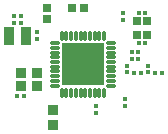
<source format=gts>
G04*
G04 #@! TF.GenerationSoftware,Altium Limited,Altium Designer,19.0.15 (446)*
G04*
G04 Layer_Color=8388736*
%FSLAX24Y24*%
%MOIN*%
G70*
G01*
G75*
%ADD28R,0.0355X0.0375*%
%ADD29R,0.0166X0.0178*%
%ADD30R,0.0146X0.0157*%
%ADD31R,0.0178X0.0166*%
%ADD32R,0.0277X0.0316*%
%ADD33R,0.0296X0.0257*%
%ADD34R,0.0355X0.0611*%
%ADD35R,0.0257X0.0296*%
%ADD36R,0.0375X0.0355*%
%ADD37R,0.1438X0.1438*%
%ADD38O,0.0139X0.0395*%
%ADD39O,0.0395X0.0139*%
%ADD40C,0.0300*%
D28*
X-2077Y-709D02*
D03*
X-1545D02*
D03*
X-1545Y-276D02*
D03*
X-2077D02*
D03*
D29*
X-1974Y-1053D02*
D03*
X-2199D02*
D03*
X1852Y415D02*
D03*
X1628D02*
D03*
X1858Y715D02*
D03*
X2082D02*
D03*
X2082Y1715D02*
D03*
X1858D02*
D03*
X2408Y-276D02*
D03*
X2632D02*
D03*
X1699D02*
D03*
X1923D02*
D03*
D30*
X1852Y185D02*
D03*
X1628D02*
D03*
D31*
X1339Y1697D02*
D03*
Y1472D02*
D03*
X423Y-1608D02*
D03*
Y-1384D02*
D03*
X1417Y-1372D02*
D03*
Y-1148D02*
D03*
X-1516Y1067D02*
D03*
Y843D02*
D03*
X1457Y-270D02*
D03*
Y-45D02*
D03*
X-2283Y1608D02*
D03*
Y1384D02*
D03*
X-2047Y1608D02*
D03*
Y1384D02*
D03*
X2165Y-270D02*
D03*
Y-45D02*
D03*
D32*
X1803Y979D02*
D03*
X2137D02*
D03*
Y1431D02*
D03*
X1803Y1431D02*
D03*
D33*
X29Y1876D02*
D03*
X-364D02*
D03*
D34*
X-1880Y945D02*
D03*
X-2451D02*
D03*
D35*
X-1181Y1890D02*
D03*
Y1496D02*
D03*
D36*
X-984Y-1506D02*
D03*
Y-2037D02*
D03*
D37*
X0Y0D02*
D03*
D38*
X-709Y945D02*
D03*
X-551D02*
D03*
X-394D02*
D03*
X-236D02*
D03*
X-79D02*
D03*
X79D02*
D03*
X236D02*
D03*
X394D02*
D03*
X551D02*
D03*
X709D02*
D03*
Y-945D02*
D03*
X551D02*
D03*
X394D02*
D03*
X236D02*
D03*
X79D02*
D03*
X-79D02*
D03*
X-236D02*
D03*
X-394D02*
D03*
X-551D02*
D03*
X-709D02*
D03*
D39*
X945Y709D02*
D03*
Y551D02*
D03*
Y394D02*
D03*
Y236D02*
D03*
Y79D02*
D03*
Y-79D02*
D03*
Y-236D02*
D03*
Y-394D02*
D03*
Y-551D02*
D03*
Y-709D02*
D03*
X-945D02*
D03*
Y-551D02*
D03*
Y-394D02*
D03*
Y-236D02*
D03*
Y-79D02*
D03*
Y79D02*
D03*
Y236D02*
D03*
Y394D02*
D03*
Y551D02*
D03*
Y709D02*
D03*
D40*
X433Y-433D02*
D03*
X0D02*
D03*
X-433D02*
D03*
X433Y0D02*
D03*
X0D02*
D03*
X-433D02*
D03*
X433Y433D02*
D03*
X0D02*
D03*
X-433D02*
D03*
M02*

</source>
